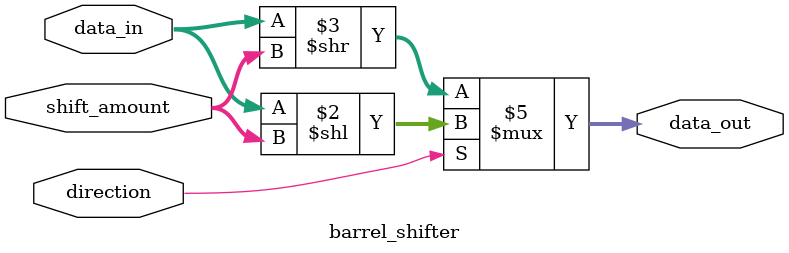
<source format=sv>
module barrel_shifter (
    input wire [7:0] data_in,
    input wire [2:0] shift_amount,
    input wire direction, // 0: right, 1: left
    output reg [7:0] data_out
);
    always @(*) begin
        if (direction)
            data_out = data_in << shift_amount;
        else
            data_out = data_in >> shift_amount;
    end
endmodule
</source>
